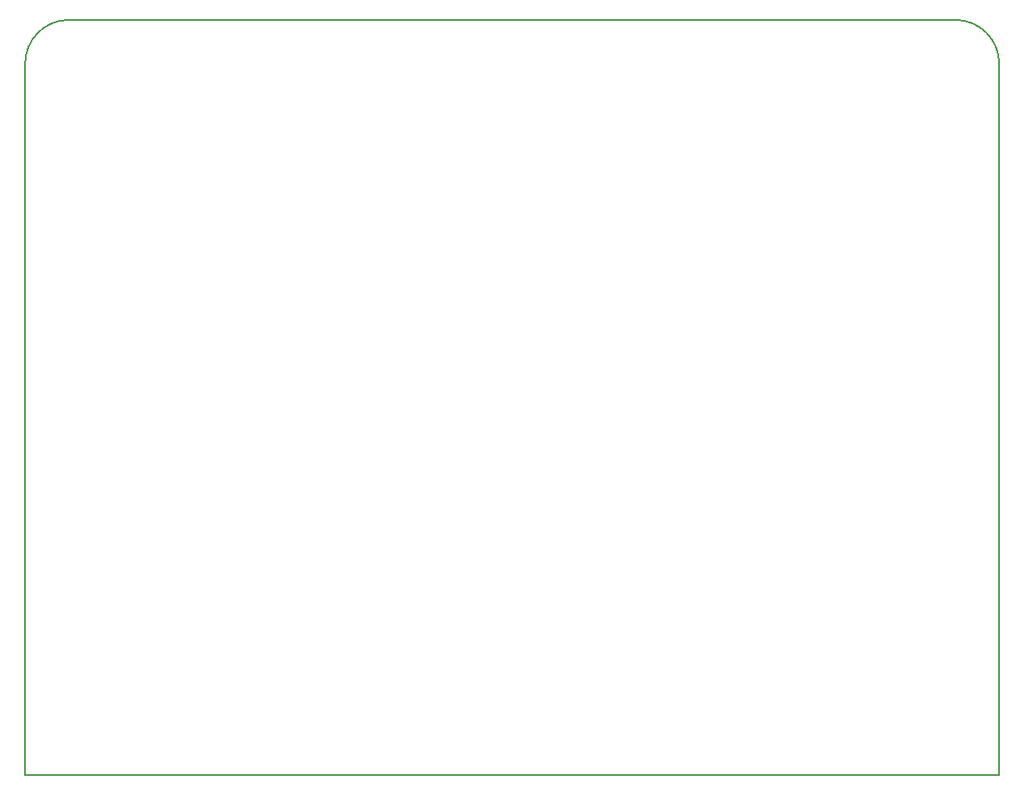
<source format=gm1>
G04 #@! TF.FileFunction,Profile,NP*
%FSLAX46Y46*%
G04 Gerber Fmt 4.6, Leading zero omitted, Abs format (unit mm)*
G04 Created by KiCad (PCBNEW 4.0.7) date 01/29/20 23:24:51*
%MOMM*%
%LPD*%
G01*
G04 APERTURE LIST*
%ADD10C,0.100000*%
%ADD11C,0.150000*%
G04 APERTURE END LIST*
D10*
D11*
X194310000Y-76200000D02*
X194310000Y-148590000D01*
X95250000Y-148590000D02*
X95250000Y-76200000D01*
X194310000Y-76200000D02*
G75*
G03X189865000Y-71755000I-4445000J0D01*
G01*
X189865000Y-71755000D02*
X99695000Y-71755000D01*
X194310000Y-148590000D02*
X95250000Y-148590000D01*
X99695000Y-71755000D02*
G75*
G03X95250000Y-76200000I0J-4445000D01*
G01*
M02*

</source>
